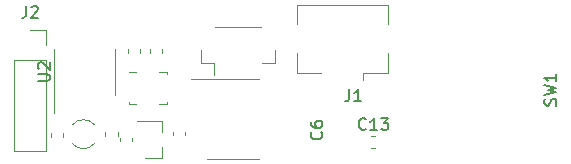
<source format=gbr>
%TF.GenerationSoftware,KiCad,Pcbnew,(5.99.0-3299-gfc1665ff2)*%
%TF.CreationDate,2020-09-21T16:58:29+07:00*%
%TF.ProjectId,smart_wristband,736d6172-745f-4777-9269-737462616e64,rev?*%
%TF.SameCoordinates,Original*%
%TF.FileFunction,Legend,Top*%
%TF.FilePolarity,Positive*%
%FSLAX46Y46*%
G04 Gerber Fmt 4.6, Leading zero omitted, Abs format (unit mm)*
G04 Created by KiCad (PCBNEW (5.99.0-3299-gfc1665ff2)) date 2020-09-21 16:58:29*
%MOMM*%
%LPD*%
G01*
G04 APERTURE LIST*
%ADD10C,0.150000*%
%ADD11C,0.120000*%
G04 APERTURE END LIST*
D10*
%TO.C,SW1*%
X148629761Y-97933333D02*
X148677380Y-97790476D01*
X148677380Y-97552380D01*
X148629761Y-97457142D01*
X148582142Y-97409523D01*
X148486904Y-97361904D01*
X148391666Y-97361904D01*
X148296428Y-97409523D01*
X148248809Y-97457142D01*
X148201190Y-97552380D01*
X148153571Y-97742857D01*
X148105952Y-97838095D01*
X148058333Y-97885714D01*
X147963095Y-97933333D01*
X147867857Y-97933333D01*
X147772619Y-97885714D01*
X147725000Y-97838095D01*
X147677380Y-97742857D01*
X147677380Y-97504761D01*
X147725000Y-97361904D01*
X147677380Y-97028571D02*
X148677380Y-96790476D01*
X147963095Y-96600000D01*
X148677380Y-96409523D01*
X147677380Y-96171428D01*
X148677380Y-95266666D02*
X148677380Y-95838095D01*
X148677380Y-95552380D02*
X147677380Y-95552380D01*
X147820238Y-95647619D01*
X147915476Y-95742857D01*
X147963095Y-95838095D01*
%TO.C,J1*%
X131166666Y-96552380D02*
X131166666Y-97266666D01*
X131119047Y-97409523D01*
X131023809Y-97504761D01*
X130880952Y-97552380D01*
X130785714Y-97552380D01*
X132166666Y-97552380D02*
X131595238Y-97552380D01*
X131880952Y-97552380D02*
X131880952Y-96552380D01*
X131785714Y-96695238D01*
X131690476Y-96790476D01*
X131595238Y-96838095D01*
%TO.C,J2*%
X103791666Y-89507380D02*
X103791666Y-90221666D01*
X103744047Y-90364523D01*
X103648809Y-90459761D01*
X103505952Y-90507380D01*
X103410714Y-90507380D01*
X104220238Y-89602619D02*
X104267857Y-89555000D01*
X104363095Y-89507380D01*
X104601190Y-89507380D01*
X104696428Y-89555000D01*
X104744047Y-89602619D01*
X104791666Y-89697857D01*
X104791666Y-89793095D01*
X104744047Y-89935952D01*
X104172619Y-90507380D01*
X104791666Y-90507380D01*
%TO.C,U2*%
X104777380Y-95836904D02*
X105586904Y-95836904D01*
X105682142Y-95789285D01*
X105729761Y-95741666D01*
X105777380Y-95646428D01*
X105777380Y-95455952D01*
X105729761Y-95360714D01*
X105682142Y-95313095D01*
X105586904Y-95265476D01*
X104777380Y-95265476D01*
X104872619Y-94836904D02*
X104825000Y-94789285D01*
X104777380Y-94694047D01*
X104777380Y-94455952D01*
X104825000Y-94360714D01*
X104872619Y-94313095D01*
X104967857Y-94265476D01*
X105063095Y-94265476D01*
X105205952Y-94313095D01*
X105777380Y-94884523D01*
X105777380Y-94265476D01*
%TO.C,C13*%
X132557142Y-99902142D02*
X132509523Y-99949761D01*
X132366666Y-99997380D01*
X132271428Y-99997380D01*
X132128571Y-99949761D01*
X132033333Y-99854523D01*
X131985714Y-99759285D01*
X131938095Y-99568809D01*
X131938095Y-99425952D01*
X131985714Y-99235476D01*
X132033333Y-99140238D01*
X132128571Y-99045000D01*
X132271428Y-98997380D01*
X132366666Y-98997380D01*
X132509523Y-99045000D01*
X132557142Y-99092619D01*
X133509523Y-99997380D02*
X132938095Y-99997380D01*
X133223809Y-99997380D02*
X133223809Y-98997380D01*
X133128571Y-99140238D01*
X133033333Y-99235476D01*
X132938095Y-99283095D01*
X133842857Y-98997380D02*
X134461904Y-98997380D01*
X134128571Y-99378333D01*
X134271428Y-99378333D01*
X134366666Y-99425952D01*
X134414285Y-99473571D01*
X134461904Y-99568809D01*
X134461904Y-99806904D01*
X134414285Y-99902142D01*
X134366666Y-99949761D01*
X134271428Y-99997380D01*
X133985714Y-99997380D01*
X133890476Y-99949761D01*
X133842857Y-99902142D01*
%TO.C,C6*%
X128782142Y-100166666D02*
X128829761Y-100214285D01*
X128877380Y-100357142D01*
X128877380Y-100452380D01*
X128829761Y-100595238D01*
X128734523Y-100690476D01*
X128639285Y-100738095D01*
X128448809Y-100785714D01*
X128305952Y-100785714D01*
X128115476Y-100738095D01*
X128020238Y-100690476D01*
X127925000Y-100595238D01*
X127877380Y-100452380D01*
X127877380Y-100357142D01*
X127925000Y-100214285D01*
X127972619Y-100166666D01*
X127877380Y-99309523D02*
X127877380Y-99500000D01*
X127925000Y-99595238D01*
X127972619Y-99642857D01*
X128115476Y-99738095D01*
X128305952Y-99785714D01*
X128686904Y-99785714D01*
X128782142Y-99738095D01*
X128829761Y-99690476D01*
X128877380Y-99595238D01*
X128877380Y-99404761D01*
X128829761Y-99309523D01*
X128782142Y-99261904D01*
X128686904Y-99214285D01*
X128448809Y-99214285D01*
X128353571Y-99261904D01*
X128305952Y-99309523D01*
X128258333Y-99404761D01*
X128258333Y-99595238D01*
X128305952Y-99690476D01*
X128353571Y-99738095D01*
X128448809Y-99785714D01*
D11*
%TO.C,R1*%
X112405000Y-93112221D02*
X112405000Y-93437779D01*
X113425000Y-93112221D02*
X113425000Y-93437779D01*
%TO.C,U4*%
X115310000Y-102355000D02*
X115310000Y-101425000D01*
X115310000Y-99195000D02*
X115310000Y-100125000D01*
X115310000Y-102355000D02*
X113850000Y-102355000D01*
X115310000Y-99195000D02*
X113150000Y-99195000D01*
%TO.C,C11*%
X116215000Y-100452779D02*
X116215000Y-100127221D01*
X117235000Y-100452779D02*
X117235000Y-100127221D01*
%TO.C,U1*%
X121325000Y-95715000D02*
X117725000Y-95715000D01*
X121325000Y-95715000D02*
X123525000Y-95715000D01*
X121325000Y-102485000D02*
X123525000Y-102485000D01*
X121325000Y-102485000D02*
X119125000Y-102485000D01*
%TO.C,R2*%
X114290000Y-93112221D02*
X114290000Y-93437779D01*
X115310000Y-93112221D02*
X115310000Y-93437779D01*
%TO.C,J3*%
X118615000Y-93210000D02*
X118615000Y-94360000D01*
X118615000Y-94360000D02*
X119665000Y-94360000D01*
X119785000Y-91240000D02*
X123665000Y-91240000D01*
X124835000Y-94360000D02*
X123785000Y-94360000D01*
X124835000Y-93210000D02*
X124835000Y-94360000D01*
X119665000Y-94360000D02*
X119665000Y-95350000D01*
%TO.C,C4*%
X111535000Y-100546267D02*
X111535000Y-100203733D01*
X110515000Y-100546267D02*
X110515000Y-100203733D01*
%TO.C,U3*%
X115060000Y-97800000D02*
X115710000Y-97800000D01*
X113140000Y-97800000D02*
X112490000Y-97800000D01*
X115710000Y-97800000D02*
X115710000Y-97650000D01*
X115710000Y-95080000D02*
X115710000Y-95230000D01*
X115060000Y-95080000D02*
X115710000Y-95080000D01*
X113140000Y-95080000D02*
X112490000Y-95080000D01*
X112490000Y-97800000D02*
X112490000Y-97650000D01*
%TO.C,C3*%
X106885000Y-100621267D02*
X106885000Y-100278733D01*
X105865000Y-100621267D02*
X105865000Y-100278733D01*
%TO.C,Y1*%
X107700439Y-99568186D02*
G75*
G02*
X109600000Y-99568719I949561J-781814D01*
G01*
X107700439Y-101131814D02*
G75*
G03*
X109600000Y-101131281I949561J781814D01*
G01*
%TO.C,J1*%
X126690000Y-95210000D02*
X128750000Y-95210000D01*
X126690000Y-89390000D02*
X126690000Y-91000000D01*
X134410000Y-95210000D02*
X132350000Y-95210000D01*
X132350000Y-95210000D02*
X132350000Y-95800000D01*
X134410000Y-93500000D02*
X134410000Y-95210000D01*
X134410000Y-89390000D02*
X134410000Y-91000000D01*
X126690000Y-93500000D02*
X126690000Y-95210000D01*
X134410000Y-89390000D02*
X126690000Y-89390000D01*
%TO.C,J2*%
X102795000Y-101775000D02*
X105455000Y-101775000D01*
X102795000Y-94095000D02*
X105455000Y-94095000D01*
X105455000Y-91495000D02*
X105455000Y-92825000D01*
X102795000Y-94095000D02*
X102795000Y-101775000D01*
X105455000Y-94095000D02*
X105455000Y-101775000D01*
X104125000Y-91495000D02*
X105455000Y-91495000D01*
%TO.C,U2*%
X111285000Y-95075000D02*
X111285000Y-93125000D01*
X111285000Y-95075000D02*
X111285000Y-97025000D01*
X106165000Y-95075000D02*
X106165000Y-93125000D01*
X106165000Y-95075000D02*
X106165000Y-98525000D01*
%TO.C,C13*%
X133028733Y-101485000D02*
X133371267Y-101485000D01*
X133028733Y-100465000D02*
X133371267Y-100465000D01*
%TO.C,C12*%
X111765000Y-100962779D02*
X111765000Y-100637221D01*
X112785000Y-100962779D02*
X112785000Y-100637221D01*
%TD*%
M02*

</source>
